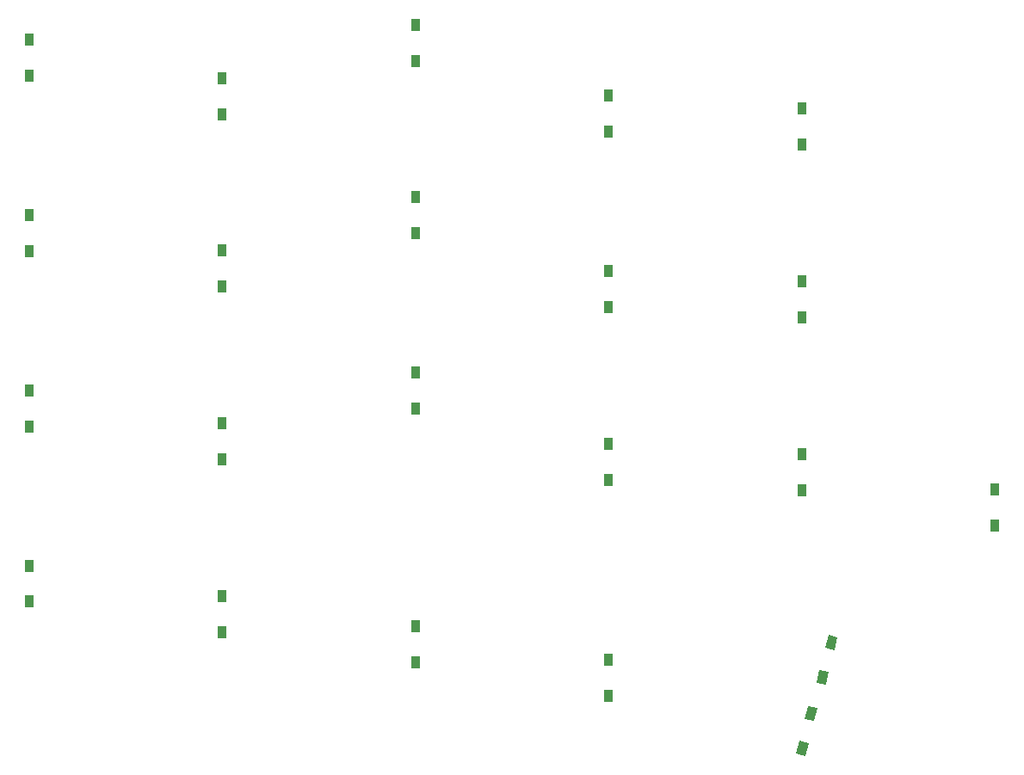
<source format=gbr>
%TF.GenerationSoftware,KiCad,Pcbnew,(5.1.0)-1*%
%TF.CreationDate,2021-02-23T00:32:09+09:00*%
%TF.ProjectId,20200129 thinkeyboardver0,32303230-3031-4323-9920-7468696e6b65,rev?*%
%TF.SameCoordinates,Original*%
%TF.FileFunction,Paste,Top*%
%TF.FilePolarity,Positive*%
%FSLAX46Y46*%
G04 Gerber Fmt 4.6, Leading zero omitted, Abs format (unit mm)*
G04 Created by KiCad (PCBNEW (5.1.0)-1) date 2021-02-23 00:32:09*
%MOMM*%
%LPD*%
G04 APERTURE LIST*
%ADD10R,0.950000X1.300000*%
%ADD11C,0.950000*%
%ADD12C,0.100000*%
G04 APERTURE END LIST*
D10*
%TO.C,D1*%
X101000000Y-74025000D03*
X101000000Y-70475000D03*
%TD*%
%TO.C,D2*%
X101000000Y-91275000D03*
X101000000Y-87725000D03*
%TD*%
%TO.C,D3*%
X101000000Y-104975000D03*
X101000000Y-108525000D03*
%TD*%
%TO.C,D4*%
X101000000Y-122225000D03*
X101000000Y-125775000D03*
%TD*%
%TO.C,D5*%
X120000000Y-74225000D03*
X120000000Y-77775000D03*
%TD*%
%TO.C,D6*%
X120000000Y-91225000D03*
X120000000Y-94775000D03*
%TD*%
%TO.C,D7*%
X120000000Y-108225000D03*
X120000000Y-111775000D03*
%TD*%
%TO.C,D8*%
X120000000Y-125225000D03*
X120000000Y-128775000D03*
%TD*%
%TO.C,D9*%
X139000000Y-72525000D03*
X139000000Y-68975000D03*
%TD*%
%TO.C,D10*%
X139000000Y-89525000D03*
X139000000Y-85975000D03*
%TD*%
%TO.C,D11*%
X139000000Y-103225000D03*
X139000000Y-106775000D03*
%TD*%
%TO.C,D12*%
X139000000Y-131775000D03*
X139000000Y-128225000D03*
%TD*%
%TO.C,D13*%
X158000000Y-79525000D03*
X158000000Y-75975000D03*
%TD*%
%TO.C,D14*%
X158000000Y-93225000D03*
X158000000Y-96775000D03*
%TD*%
%TO.C,D15*%
X158000000Y-113775000D03*
X158000000Y-110225000D03*
%TD*%
%TO.C,D16*%
X158000000Y-131475000D03*
X158000000Y-135025000D03*
%TD*%
%TO.C,D17*%
X177000000Y-80775000D03*
X177000000Y-77225000D03*
%TD*%
%TO.C,D18*%
X177000000Y-94225000D03*
X177000000Y-97775000D03*
%TD*%
%TO.C,D19*%
X177000000Y-111225000D03*
X177000000Y-114775000D03*
%TD*%
D11*
%TO.C,D20*%
X177070589Y-140222275D03*
D12*
G36*
X176766948Y-139476670D02*
G01*
X177688729Y-139706496D01*
X177374230Y-140967880D01*
X176452449Y-140738054D01*
X176766948Y-139476670D01*
X176766948Y-139476670D01*
G37*
D11*
X177929411Y-136777725D03*
D12*
G36*
X177625770Y-136032120D02*
G01*
X178547551Y-136261946D01*
X178233052Y-137523330D01*
X177311271Y-137293504D01*
X177625770Y-136032120D01*
X177625770Y-136032120D01*
G37*
%TD*%
D10*
%TO.C,D21*%
X196000000Y-118275000D03*
X196000000Y-114725000D03*
%TD*%
D11*
%TO.C,D22*%
X179070589Y-133222275D03*
D12*
G36*
X178766948Y-132476670D02*
G01*
X179688729Y-132706496D01*
X179374230Y-133967880D01*
X178452449Y-133738054D01*
X178766948Y-132476670D01*
X178766948Y-132476670D01*
G37*
D11*
X179929411Y-129777725D03*
D12*
G36*
X179625770Y-129032120D02*
G01*
X180547551Y-129261946D01*
X180233052Y-130523330D01*
X179311271Y-130293504D01*
X179625770Y-129032120D01*
X179625770Y-129032120D01*
G37*
%TD*%
M02*

</source>
